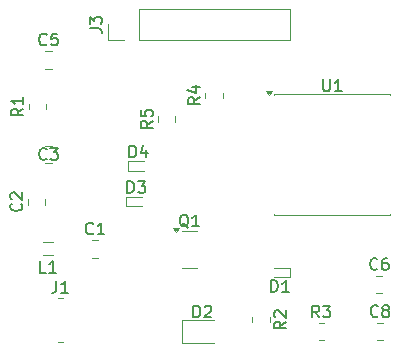
<source format=gbr>
%TF.GenerationSoftware,KiCad,Pcbnew,8.0.8*%
%TF.CreationDate,2025-02-07T12:49:18+01:00*%
%TF.ProjectId,PGE_GPS_PCB,5047455f-4750-4535-9f50-43422e6b6963,rev?*%
%TF.SameCoordinates,Original*%
%TF.FileFunction,Legend,Top*%
%TF.FilePolarity,Positive*%
%FSLAX46Y46*%
G04 Gerber Fmt 4.6, Leading zero omitted, Abs format (unit mm)*
G04 Created by KiCad (PCBNEW 8.0.8) date 2025-02-07 12:49:18*
%MOMM*%
%LPD*%
G01*
G04 APERTURE LIST*
%ADD10C,0.150000*%
%ADD11C,0.120000*%
G04 APERTURE END LIST*
D10*
X154841905Y-91654819D02*
X154841905Y-90654819D01*
X154841905Y-90654819D02*
X155080000Y-90654819D01*
X155080000Y-90654819D02*
X155222857Y-90702438D01*
X155222857Y-90702438D02*
X155318095Y-90797676D01*
X155318095Y-90797676D02*
X155365714Y-90892914D01*
X155365714Y-90892914D02*
X155413333Y-91083390D01*
X155413333Y-91083390D02*
X155413333Y-91226247D01*
X155413333Y-91226247D02*
X155365714Y-91416723D01*
X155365714Y-91416723D02*
X155318095Y-91511961D01*
X155318095Y-91511961D02*
X155222857Y-91607200D01*
X155222857Y-91607200D02*
X155080000Y-91654819D01*
X155080000Y-91654819D02*
X154841905Y-91654819D01*
X156365714Y-91654819D02*
X155794286Y-91654819D01*
X156080000Y-91654819D02*
X156080000Y-90654819D01*
X156080000Y-90654819D02*
X155984762Y-90797676D01*
X155984762Y-90797676D02*
X155889524Y-90892914D01*
X155889524Y-90892914D02*
X155794286Y-90940533D01*
X144804819Y-77166666D02*
X144328628Y-77499999D01*
X144804819Y-77738094D02*
X143804819Y-77738094D01*
X143804819Y-77738094D02*
X143804819Y-77357142D01*
X143804819Y-77357142D02*
X143852438Y-77261904D01*
X143852438Y-77261904D02*
X143900057Y-77214285D01*
X143900057Y-77214285D02*
X143995295Y-77166666D01*
X143995295Y-77166666D02*
X144138152Y-77166666D01*
X144138152Y-77166666D02*
X144233390Y-77214285D01*
X144233390Y-77214285D02*
X144281009Y-77261904D01*
X144281009Y-77261904D02*
X144328628Y-77357142D01*
X144328628Y-77357142D02*
X144328628Y-77738094D01*
X143804819Y-76261904D02*
X143804819Y-76738094D01*
X143804819Y-76738094D02*
X144281009Y-76785713D01*
X144281009Y-76785713D02*
X144233390Y-76738094D01*
X144233390Y-76738094D02*
X144185771Y-76642856D01*
X144185771Y-76642856D02*
X144185771Y-76404761D01*
X144185771Y-76404761D02*
X144233390Y-76309523D01*
X144233390Y-76309523D02*
X144281009Y-76261904D01*
X144281009Y-76261904D02*
X144376247Y-76214285D01*
X144376247Y-76214285D02*
X144614342Y-76214285D01*
X144614342Y-76214285D02*
X144709580Y-76261904D01*
X144709580Y-76261904D02*
X144757200Y-76309523D01*
X144757200Y-76309523D02*
X144804819Y-76404761D01*
X144804819Y-76404761D02*
X144804819Y-76642856D01*
X144804819Y-76642856D02*
X144757200Y-76738094D01*
X144757200Y-76738094D02*
X144709580Y-76785713D01*
X135833333Y-70679580D02*
X135785714Y-70727200D01*
X135785714Y-70727200D02*
X135642857Y-70774819D01*
X135642857Y-70774819D02*
X135547619Y-70774819D01*
X135547619Y-70774819D02*
X135404762Y-70727200D01*
X135404762Y-70727200D02*
X135309524Y-70631961D01*
X135309524Y-70631961D02*
X135261905Y-70536723D01*
X135261905Y-70536723D02*
X135214286Y-70346247D01*
X135214286Y-70346247D02*
X135214286Y-70203390D01*
X135214286Y-70203390D02*
X135261905Y-70012914D01*
X135261905Y-70012914D02*
X135309524Y-69917676D01*
X135309524Y-69917676D02*
X135404762Y-69822438D01*
X135404762Y-69822438D02*
X135547619Y-69774819D01*
X135547619Y-69774819D02*
X135642857Y-69774819D01*
X135642857Y-69774819D02*
X135785714Y-69822438D01*
X135785714Y-69822438D02*
X135833333Y-69870057D01*
X136738095Y-69774819D02*
X136261905Y-69774819D01*
X136261905Y-69774819D02*
X136214286Y-70251009D01*
X136214286Y-70251009D02*
X136261905Y-70203390D01*
X136261905Y-70203390D02*
X136357143Y-70155771D01*
X136357143Y-70155771D02*
X136595238Y-70155771D01*
X136595238Y-70155771D02*
X136690476Y-70203390D01*
X136690476Y-70203390D02*
X136738095Y-70251009D01*
X136738095Y-70251009D02*
X136785714Y-70346247D01*
X136785714Y-70346247D02*
X136785714Y-70584342D01*
X136785714Y-70584342D02*
X136738095Y-70679580D01*
X136738095Y-70679580D02*
X136690476Y-70727200D01*
X136690476Y-70727200D02*
X136595238Y-70774819D01*
X136595238Y-70774819D02*
X136357143Y-70774819D01*
X136357143Y-70774819D02*
X136261905Y-70727200D01*
X136261905Y-70727200D02*
X136214286Y-70679580D01*
X142681905Y-83254819D02*
X142681905Y-82254819D01*
X142681905Y-82254819D02*
X142920000Y-82254819D01*
X142920000Y-82254819D02*
X143062857Y-82302438D01*
X143062857Y-82302438D02*
X143158095Y-82397676D01*
X143158095Y-82397676D02*
X143205714Y-82492914D01*
X143205714Y-82492914D02*
X143253333Y-82683390D01*
X143253333Y-82683390D02*
X143253333Y-82826247D01*
X143253333Y-82826247D02*
X143205714Y-83016723D01*
X143205714Y-83016723D02*
X143158095Y-83111961D01*
X143158095Y-83111961D02*
X143062857Y-83207200D01*
X143062857Y-83207200D02*
X142920000Y-83254819D01*
X142920000Y-83254819D02*
X142681905Y-83254819D01*
X143586667Y-82254819D02*
X144205714Y-82254819D01*
X144205714Y-82254819D02*
X143872381Y-82635771D01*
X143872381Y-82635771D02*
X144015238Y-82635771D01*
X144015238Y-82635771D02*
X144110476Y-82683390D01*
X144110476Y-82683390D02*
X144158095Y-82731009D01*
X144158095Y-82731009D02*
X144205714Y-82826247D01*
X144205714Y-82826247D02*
X144205714Y-83064342D01*
X144205714Y-83064342D02*
X144158095Y-83159580D01*
X144158095Y-83159580D02*
X144110476Y-83207200D01*
X144110476Y-83207200D02*
X144015238Y-83254819D01*
X144015238Y-83254819D02*
X143729524Y-83254819D01*
X143729524Y-83254819D02*
X143634286Y-83207200D01*
X143634286Y-83207200D02*
X143586667Y-83159580D01*
X148261905Y-93804819D02*
X148261905Y-92804819D01*
X148261905Y-92804819D02*
X148500000Y-92804819D01*
X148500000Y-92804819D02*
X148642857Y-92852438D01*
X148642857Y-92852438D02*
X148738095Y-92947676D01*
X148738095Y-92947676D02*
X148785714Y-93042914D01*
X148785714Y-93042914D02*
X148833333Y-93233390D01*
X148833333Y-93233390D02*
X148833333Y-93376247D01*
X148833333Y-93376247D02*
X148785714Y-93566723D01*
X148785714Y-93566723D02*
X148738095Y-93661961D01*
X148738095Y-93661961D02*
X148642857Y-93757200D01*
X148642857Y-93757200D02*
X148500000Y-93804819D01*
X148500000Y-93804819D02*
X148261905Y-93804819D01*
X149214286Y-92900057D02*
X149261905Y-92852438D01*
X149261905Y-92852438D02*
X149357143Y-92804819D01*
X149357143Y-92804819D02*
X149595238Y-92804819D01*
X149595238Y-92804819D02*
X149690476Y-92852438D01*
X149690476Y-92852438D02*
X149738095Y-92900057D01*
X149738095Y-92900057D02*
X149785714Y-92995295D01*
X149785714Y-92995295D02*
X149785714Y-93090533D01*
X149785714Y-93090533D02*
X149738095Y-93233390D01*
X149738095Y-93233390D02*
X149166667Y-93804819D01*
X149166667Y-93804819D02*
X149785714Y-93804819D01*
X163883333Y-93679580D02*
X163835714Y-93727200D01*
X163835714Y-93727200D02*
X163692857Y-93774819D01*
X163692857Y-93774819D02*
X163597619Y-93774819D01*
X163597619Y-93774819D02*
X163454762Y-93727200D01*
X163454762Y-93727200D02*
X163359524Y-93631961D01*
X163359524Y-93631961D02*
X163311905Y-93536723D01*
X163311905Y-93536723D02*
X163264286Y-93346247D01*
X163264286Y-93346247D02*
X163264286Y-93203390D01*
X163264286Y-93203390D02*
X163311905Y-93012914D01*
X163311905Y-93012914D02*
X163359524Y-92917676D01*
X163359524Y-92917676D02*
X163454762Y-92822438D01*
X163454762Y-92822438D02*
X163597619Y-92774819D01*
X163597619Y-92774819D02*
X163692857Y-92774819D01*
X163692857Y-92774819D02*
X163835714Y-92822438D01*
X163835714Y-92822438D02*
X163883333Y-92870057D01*
X164454762Y-93203390D02*
X164359524Y-93155771D01*
X164359524Y-93155771D02*
X164311905Y-93108152D01*
X164311905Y-93108152D02*
X164264286Y-93012914D01*
X164264286Y-93012914D02*
X164264286Y-92965295D01*
X164264286Y-92965295D02*
X164311905Y-92870057D01*
X164311905Y-92870057D02*
X164359524Y-92822438D01*
X164359524Y-92822438D02*
X164454762Y-92774819D01*
X164454762Y-92774819D02*
X164645238Y-92774819D01*
X164645238Y-92774819D02*
X164740476Y-92822438D01*
X164740476Y-92822438D02*
X164788095Y-92870057D01*
X164788095Y-92870057D02*
X164835714Y-92965295D01*
X164835714Y-92965295D02*
X164835714Y-93012914D01*
X164835714Y-93012914D02*
X164788095Y-93108152D01*
X164788095Y-93108152D02*
X164740476Y-93155771D01*
X164740476Y-93155771D02*
X164645238Y-93203390D01*
X164645238Y-93203390D02*
X164454762Y-93203390D01*
X164454762Y-93203390D02*
X164359524Y-93251009D01*
X164359524Y-93251009D02*
X164311905Y-93298628D01*
X164311905Y-93298628D02*
X164264286Y-93393866D01*
X164264286Y-93393866D02*
X164264286Y-93584342D01*
X164264286Y-93584342D02*
X164311905Y-93679580D01*
X164311905Y-93679580D02*
X164359524Y-93727200D01*
X164359524Y-93727200D02*
X164454762Y-93774819D01*
X164454762Y-93774819D02*
X164645238Y-93774819D01*
X164645238Y-93774819D02*
X164740476Y-93727200D01*
X164740476Y-93727200D02*
X164788095Y-93679580D01*
X164788095Y-93679580D02*
X164835714Y-93584342D01*
X164835714Y-93584342D02*
X164835714Y-93393866D01*
X164835714Y-93393866D02*
X164788095Y-93298628D01*
X164788095Y-93298628D02*
X164740476Y-93251009D01*
X164740476Y-93251009D02*
X164645238Y-93203390D01*
X163833333Y-89679580D02*
X163785714Y-89727200D01*
X163785714Y-89727200D02*
X163642857Y-89774819D01*
X163642857Y-89774819D02*
X163547619Y-89774819D01*
X163547619Y-89774819D02*
X163404762Y-89727200D01*
X163404762Y-89727200D02*
X163309524Y-89631961D01*
X163309524Y-89631961D02*
X163261905Y-89536723D01*
X163261905Y-89536723D02*
X163214286Y-89346247D01*
X163214286Y-89346247D02*
X163214286Y-89203390D01*
X163214286Y-89203390D02*
X163261905Y-89012914D01*
X163261905Y-89012914D02*
X163309524Y-88917676D01*
X163309524Y-88917676D02*
X163404762Y-88822438D01*
X163404762Y-88822438D02*
X163547619Y-88774819D01*
X163547619Y-88774819D02*
X163642857Y-88774819D01*
X163642857Y-88774819D02*
X163785714Y-88822438D01*
X163785714Y-88822438D02*
X163833333Y-88870057D01*
X164690476Y-88774819D02*
X164500000Y-88774819D01*
X164500000Y-88774819D02*
X164404762Y-88822438D01*
X164404762Y-88822438D02*
X164357143Y-88870057D01*
X164357143Y-88870057D02*
X164261905Y-89012914D01*
X164261905Y-89012914D02*
X164214286Y-89203390D01*
X164214286Y-89203390D02*
X164214286Y-89584342D01*
X164214286Y-89584342D02*
X164261905Y-89679580D01*
X164261905Y-89679580D02*
X164309524Y-89727200D01*
X164309524Y-89727200D02*
X164404762Y-89774819D01*
X164404762Y-89774819D02*
X164595238Y-89774819D01*
X164595238Y-89774819D02*
X164690476Y-89727200D01*
X164690476Y-89727200D02*
X164738095Y-89679580D01*
X164738095Y-89679580D02*
X164785714Y-89584342D01*
X164785714Y-89584342D02*
X164785714Y-89346247D01*
X164785714Y-89346247D02*
X164738095Y-89251009D01*
X164738095Y-89251009D02*
X164690476Y-89203390D01*
X164690476Y-89203390D02*
X164595238Y-89155771D01*
X164595238Y-89155771D02*
X164404762Y-89155771D01*
X164404762Y-89155771D02*
X164309524Y-89203390D01*
X164309524Y-89203390D02*
X164261905Y-89251009D01*
X164261905Y-89251009D02*
X164214286Y-89346247D01*
X135770833Y-90004819D02*
X135294643Y-90004819D01*
X135294643Y-90004819D02*
X135294643Y-89004819D01*
X136627976Y-90004819D02*
X136056548Y-90004819D01*
X136342262Y-90004819D02*
X136342262Y-89004819D01*
X136342262Y-89004819D02*
X136247024Y-89147676D01*
X136247024Y-89147676D02*
X136151786Y-89242914D01*
X136151786Y-89242914D02*
X136056548Y-89290533D01*
X148804819Y-75166666D02*
X148328628Y-75499999D01*
X148804819Y-75738094D02*
X147804819Y-75738094D01*
X147804819Y-75738094D02*
X147804819Y-75357142D01*
X147804819Y-75357142D02*
X147852438Y-75261904D01*
X147852438Y-75261904D02*
X147900057Y-75214285D01*
X147900057Y-75214285D02*
X147995295Y-75166666D01*
X147995295Y-75166666D02*
X148138152Y-75166666D01*
X148138152Y-75166666D02*
X148233390Y-75214285D01*
X148233390Y-75214285D02*
X148281009Y-75261904D01*
X148281009Y-75261904D02*
X148328628Y-75357142D01*
X148328628Y-75357142D02*
X148328628Y-75738094D01*
X148138152Y-74309523D02*
X148804819Y-74309523D01*
X147757200Y-74547618D02*
X148471485Y-74785713D01*
X148471485Y-74785713D02*
X148471485Y-74166666D01*
X147842261Y-86200057D02*
X147747023Y-86152438D01*
X147747023Y-86152438D02*
X147651785Y-86057200D01*
X147651785Y-86057200D02*
X147508928Y-85914342D01*
X147508928Y-85914342D02*
X147413690Y-85866723D01*
X147413690Y-85866723D02*
X147318452Y-85866723D01*
X147366071Y-86104819D02*
X147270833Y-86057200D01*
X147270833Y-86057200D02*
X147175595Y-85961961D01*
X147175595Y-85961961D02*
X147127976Y-85771485D01*
X147127976Y-85771485D02*
X147127976Y-85438152D01*
X147127976Y-85438152D02*
X147175595Y-85247676D01*
X147175595Y-85247676D02*
X147270833Y-85152438D01*
X147270833Y-85152438D02*
X147366071Y-85104819D01*
X147366071Y-85104819D02*
X147556547Y-85104819D01*
X147556547Y-85104819D02*
X147651785Y-85152438D01*
X147651785Y-85152438D02*
X147747023Y-85247676D01*
X147747023Y-85247676D02*
X147794642Y-85438152D01*
X147794642Y-85438152D02*
X147794642Y-85771485D01*
X147794642Y-85771485D02*
X147747023Y-85961961D01*
X147747023Y-85961961D02*
X147651785Y-86057200D01*
X147651785Y-86057200D02*
X147556547Y-86104819D01*
X147556547Y-86104819D02*
X147366071Y-86104819D01*
X148747023Y-86104819D02*
X148175595Y-86104819D01*
X148461309Y-86104819D02*
X148461309Y-85104819D01*
X148461309Y-85104819D02*
X148366071Y-85247676D01*
X148366071Y-85247676D02*
X148270833Y-85342914D01*
X148270833Y-85342914D02*
X148175595Y-85390533D01*
X139783333Y-86679580D02*
X139735714Y-86727200D01*
X139735714Y-86727200D02*
X139592857Y-86774819D01*
X139592857Y-86774819D02*
X139497619Y-86774819D01*
X139497619Y-86774819D02*
X139354762Y-86727200D01*
X139354762Y-86727200D02*
X139259524Y-86631961D01*
X139259524Y-86631961D02*
X139211905Y-86536723D01*
X139211905Y-86536723D02*
X139164286Y-86346247D01*
X139164286Y-86346247D02*
X139164286Y-86203390D01*
X139164286Y-86203390D02*
X139211905Y-86012914D01*
X139211905Y-86012914D02*
X139259524Y-85917676D01*
X139259524Y-85917676D02*
X139354762Y-85822438D01*
X139354762Y-85822438D02*
X139497619Y-85774819D01*
X139497619Y-85774819D02*
X139592857Y-85774819D01*
X139592857Y-85774819D02*
X139735714Y-85822438D01*
X139735714Y-85822438D02*
X139783333Y-85870057D01*
X140735714Y-86774819D02*
X140164286Y-86774819D01*
X140450000Y-86774819D02*
X140450000Y-85774819D01*
X140450000Y-85774819D02*
X140354762Y-85917676D01*
X140354762Y-85917676D02*
X140259524Y-86012914D01*
X140259524Y-86012914D02*
X140164286Y-86060533D01*
X135833333Y-80359580D02*
X135785714Y-80407200D01*
X135785714Y-80407200D02*
X135642857Y-80454819D01*
X135642857Y-80454819D02*
X135547619Y-80454819D01*
X135547619Y-80454819D02*
X135404762Y-80407200D01*
X135404762Y-80407200D02*
X135309524Y-80311961D01*
X135309524Y-80311961D02*
X135261905Y-80216723D01*
X135261905Y-80216723D02*
X135214286Y-80026247D01*
X135214286Y-80026247D02*
X135214286Y-79883390D01*
X135214286Y-79883390D02*
X135261905Y-79692914D01*
X135261905Y-79692914D02*
X135309524Y-79597676D01*
X135309524Y-79597676D02*
X135404762Y-79502438D01*
X135404762Y-79502438D02*
X135547619Y-79454819D01*
X135547619Y-79454819D02*
X135642857Y-79454819D01*
X135642857Y-79454819D02*
X135785714Y-79502438D01*
X135785714Y-79502438D02*
X135833333Y-79550057D01*
X136166667Y-79454819D02*
X136785714Y-79454819D01*
X136785714Y-79454819D02*
X136452381Y-79835771D01*
X136452381Y-79835771D02*
X136595238Y-79835771D01*
X136595238Y-79835771D02*
X136690476Y-79883390D01*
X136690476Y-79883390D02*
X136738095Y-79931009D01*
X136738095Y-79931009D02*
X136785714Y-80026247D01*
X136785714Y-80026247D02*
X136785714Y-80264342D01*
X136785714Y-80264342D02*
X136738095Y-80359580D01*
X136738095Y-80359580D02*
X136690476Y-80407200D01*
X136690476Y-80407200D02*
X136595238Y-80454819D01*
X136595238Y-80454819D02*
X136309524Y-80454819D01*
X136309524Y-80454819D02*
X136214286Y-80407200D01*
X136214286Y-80407200D02*
X136166667Y-80359580D01*
X133679580Y-84166666D02*
X133727200Y-84214285D01*
X133727200Y-84214285D02*
X133774819Y-84357142D01*
X133774819Y-84357142D02*
X133774819Y-84452380D01*
X133774819Y-84452380D02*
X133727200Y-84595237D01*
X133727200Y-84595237D02*
X133631961Y-84690475D01*
X133631961Y-84690475D02*
X133536723Y-84738094D01*
X133536723Y-84738094D02*
X133346247Y-84785713D01*
X133346247Y-84785713D02*
X133203390Y-84785713D01*
X133203390Y-84785713D02*
X133012914Y-84738094D01*
X133012914Y-84738094D02*
X132917676Y-84690475D01*
X132917676Y-84690475D02*
X132822438Y-84595237D01*
X132822438Y-84595237D02*
X132774819Y-84452380D01*
X132774819Y-84452380D02*
X132774819Y-84357142D01*
X132774819Y-84357142D02*
X132822438Y-84214285D01*
X132822438Y-84214285D02*
X132870057Y-84166666D01*
X132870057Y-83785713D02*
X132822438Y-83738094D01*
X132822438Y-83738094D02*
X132774819Y-83642856D01*
X132774819Y-83642856D02*
X132774819Y-83404761D01*
X132774819Y-83404761D02*
X132822438Y-83309523D01*
X132822438Y-83309523D02*
X132870057Y-83261904D01*
X132870057Y-83261904D02*
X132965295Y-83214285D01*
X132965295Y-83214285D02*
X133060533Y-83214285D01*
X133060533Y-83214285D02*
X133203390Y-83261904D01*
X133203390Y-83261904D02*
X133774819Y-83833332D01*
X133774819Y-83833332D02*
X133774819Y-83214285D01*
X133854819Y-76116666D02*
X133378628Y-76449999D01*
X133854819Y-76688094D02*
X132854819Y-76688094D01*
X132854819Y-76688094D02*
X132854819Y-76307142D01*
X132854819Y-76307142D02*
X132902438Y-76211904D01*
X132902438Y-76211904D02*
X132950057Y-76164285D01*
X132950057Y-76164285D02*
X133045295Y-76116666D01*
X133045295Y-76116666D02*
X133188152Y-76116666D01*
X133188152Y-76116666D02*
X133283390Y-76164285D01*
X133283390Y-76164285D02*
X133331009Y-76211904D01*
X133331009Y-76211904D02*
X133378628Y-76307142D01*
X133378628Y-76307142D02*
X133378628Y-76688094D01*
X133854819Y-75164285D02*
X133854819Y-75735713D01*
X133854819Y-75449999D02*
X132854819Y-75449999D01*
X132854819Y-75449999D02*
X132997676Y-75545237D01*
X132997676Y-75545237D02*
X133092914Y-75640475D01*
X133092914Y-75640475D02*
X133140533Y-75735713D01*
X159238095Y-73654819D02*
X159238095Y-74464342D01*
X159238095Y-74464342D02*
X159285714Y-74559580D01*
X159285714Y-74559580D02*
X159333333Y-74607200D01*
X159333333Y-74607200D02*
X159428571Y-74654819D01*
X159428571Y-74654819D02*
X159619047Y-74654819D01*
X159619047Y-74654819D02*
X159714285Y-74607200D01*
X159714285Y-74607200D02*
X159761904Y-74559580D01*
X159761904Y-74559580D02*
X159809523Y-74464342D01*
X159809523Y-74464342D02*
X159809523Y-73654819D01*
X160809523Y-74654819D02*
X160238095Y-74654819D01*
X160523809Y-74654819D02*
X160523809Y-73654819D01*
X160523809Y-73654819D02*
X160428571Y-73797676D01*
X160428571Y-73797676D02*
X160333333Y-73892914D01*
X160333333Y-73892914D02*
X160238095Y-73940533D01*
X136666666Y-90704819D02*
X136666666Y-91419104D01*
X136666666Y-91419104D02*
X136619047Y-91561961D01*
X136619047Y-91561961D02*
X136523809Y-91657200D01*
X136523809Y-91657200D02*
X136380952Y-91704819D01*
X136380952Y-91704819D02*
X136285714Y-91704819D01*
X137666666Y-91704819D02*
X137095238Y-91704819D01*
X137380952Y-91704819D02*
X137380952Y-90704819D01*
X137380952Y-90704819D02*
X137285714Y-90847676D01*
X137285714Y-90847676D02*
X137190476Y-90942914D01*
X137190476Y-90942914D02*
X137095238Y-90990533D01*
X158920833Y-93804819D02*
X158587500Y-93328628D01*
X158349405Y-93804819D02*
X158349405Y-92804819D01*
X158349405Y-92804819D02*
X158730357Y-92804819D01*
X158730357Y-92804819D02*
X158825595Y-92852438D01*
X158825595Y-92852438D02*
X158873214Y-92900057D01*
X158873214Y-92900057D02*
X158920833Y-92995295D01*
X158920833Y-92995295D02*
X158920833Y-93138152D01*
X158920833Y-93138152D02*
X158873214Y-93233390D01*
X158873214Y-93233390D02*
X158825595Y-93281009D01*
X158825595Y-93281009D02*
X158730357Y-93328628D01*
X158730357Y-93328628D02*
X158349405Y-93328628D01*
X159254167Y-92804819D02*
X159873214Y-92804819D01*
X159873214Y-92804819D02*
X159539881Y-93185771D01*
X159539881Y-93185771D02*
X159682738Y-93185771D01*
X159682738Y-93185771D02*
X159777976Y-93233390D01*
X159777976Y-93233390D02*
X159825595Y-93281009D01*
X159825595Y-93281009D02*
X159873214Y-93376247D01*
X159873214Y-93376247D02*
X159873214Y-93614342D01*
X159873214Y-93614342D02*
X159825595Y-93709580D01*
X159825595Y-93709580D02*
X159777976Y-93757200D01*
X159777976Y-93757200D02*
X159682738Y-93804819D01*
X159682738Y-93804819D02*
X159397024Y-93804819D01*
X159397024Y-93804819D02*
X159301786Y-93757200D01*
X159301786Y-93757200D02*
X159254167Y-93709580D01*
X139504819Y-69333333D02*
X140219104Y-69333333D01*
X140219104Y-69333333D02*
X140361961Y-69380952D01*
X140361961Y-69380952D02*
X140457200Y-69476190D01*
X140457200Y-69476190D02*
X140504819Y-69619047D01*
X140504819Y-69619047D02*
X140504819Y-69714285D01*
X139504819Y-68952380D02*
X139504819Y-68333333D01*
X139504819Y-68333333D02*
X139885771Y-68666666D01*
X139885771Y-68666666D02*
X139885771Y-68523809D01*
X139885771Y-68523809D02*
X139933390Y-68428571D01*
X139933390Y-68428571D02*
X139981009Y-68380952D01*
X139981009Y-68380952D02*
X140076247Y-68333333D01*
X140076247Y-68333333D02*
X140314342Y-68333333D01*
X140314342Y-68333333D02*
X140409580Y-68380952D01*
X140409580Y-68380952D02*
X140457200Y-68428571D01*
X140457200Y-68428571D02*
X140504819Y-68523809D01*
X140504819Y-68523809D02*
X140504819Y-68809523D01*
X140504819Y-68809523D02*
X140457200Y-68904761D01*
X140457200Y-68904761D02*
X140409580Y-68952380D01*
X142841905Y-80254819D02*
X142841905Y-79254819D01*
X142841905Y-79254819D02*
X143080000Y-79254819D01*
X143080000Y-79254819D02*
X143222857Y-79302438D01*
X143222857Y-79302438D02*
X143318095Y-79397676D01*
X143318095Y-79397676D02*
X143365714Y-79492914D01*
X143365714Y-79492914D02*
X143413333Y-79683390D01*
X143413333Y-79683390D02*
X143413333Y-79826247D01*
X143413333Y-79826247D02*
X143365714Y-80016723D01*
X143365714Y-80016723D02*
X143318095Y-80111961D01*
X143318095Y-80111961D02*
X143222857Y-80207200D01*
X143222857Y-80207200D02*
X143080000Y-80254819D01*
X143080000Y-80254819D02*
X142841905Y-80254819D01*
X144270476Y-79588152D02*
X144270476Y-80254819D01*
X144032381Y-79207200D02*
X143794286Y-79921485D01*
X143794286Y-79921485D02*
X144413333Y-79921485D01*
X156104819Y-94166666D02*
X155628628Y-94499999D01*
X156104819Y-94738094D02*
X155104819Y-94738094D01*
X155104819Y-94738094D02*
X155104819Y-94357142D01*
X155104819Y-94357142D02*
X155152438Y-94261904D01*
X155152438Y-94261904D02*
X155200057Y-94214285D01*
X155200057Y-94214285D02*
X155295295Y-94166666D01*
X155295295Y-94166666D02*
X155438152Y-94166666D01*
X155438152Y-94166666D02*
X155533390Y-94214285D01*
X155533390Y-94214285D02*
X155581009Y-94261904D01*
X155581009Y-94261904D02*
X155628628Y-94357142D01*
X155628628Y-94357142D02*
X155628628Y-94738094D01*
X155200057Y-93785713D02*
X155152438Y-93738094D01*
X155152438Y-93738094D02*
X155104819Y-93642856D01*
X155104819Y-93642856D02*
X155104819Y-93404761D01*
X155104819Y-93404761D02*
X155152438Y-93309523D01*
X155152438Y-93309523D02*
X155200057Y-93261904D01*
X155200057Y-93261904D02*
X155295295Y-93214285D01*
X155295295Y-93214285D02*
X155390533Y-93214285D01*
X155390533Y-93214285D02*
X155533390Y-93261904D01*
X155533390Y-93261904D02*
X156104819Y-93833332D01*
X156104819Y-93833332D02*
X156104819Y-93214285D01*
D11*
%TO.C,D1*%
X155080000Y-89600000D02*
X156440000Y-89600000D01*
X155080000Y-90400000D02*
X156440000Y-90400000D01*
X156440000Y-90400000D02*
X156440000Y-89600000D01*
%TO.C,R5*%
X145265000Y-77227064D02*
X145265000Y-76772936D01*
X146735000Y-77227064D02*
X146735000Y-76772936D01*
%TO.C,C5*%
X135738748Y-71265000D02*
X136261252Y-71265000D01*
X135738748Y-72735000D02*
X136261252Y-72735000D01*
%TO.C,D3*%
X142560000Y-83600000D02*
X142560000Y-84400000D01*
X143920000Y-83600000D02*
X142560000Y-83600000D01*
X143920000Y-84400000D02*
X142560000Y-84400000D01*
%TO.C,D2*%
X147315000Y-94040000D02*
X147315000Y-95960000D01*
X147315000Y-95960000D02*
X150000000Y-95960000D01*
X150000000Y-94040000D02*
X147315000Y-94040000D01*
%TO.C,C8*%
X163788748Y-94265000D02*
X164311252Y-94265000D01*
X163788748Y-95735000D02*
X164311252Y-95735000D01*
%TO.C,C6*%
X163738748Y-90265000D02*
X164261252Y-90265000D01*
X163738748Y-91735000D02*
X164261252Y-91735000D01*
%TO.C,L1*%
X136337122Y-87440000D02*
X135537878Y-87440000D01*
X136337122Y-88560000D02*
X135537878Y-88560000D01*
%TO.C,R4*%
X149265000Y-75227064D02*
X149265000Y-74772936D01*
X150735000Y-75227064D02*
X150735000Y-74772936D01*
%TO.C,Q1*%
X147937500Y-86490000D02*
X147287500Y-86490000D01*
X147937500Y-86490000D02*
X148587500Y-86490000D01*
X147937500Y-89610000D02*
X147287500Y-89610000D01*
X147937500Y-89610000D02*
X148587500Y-89610000D01*
X146775000Y-86540000D02*
X146535000Y-86210000D01*
X147015000Y-86210000D01*
X146775000Y-86540000D01*
G36*
X146775000Y-86540000D02*
G01*
X146535000Y-86210000D01*
X147015000Y-86210000D01*
X146775000Y-86540000D01*
G37*
%TO.C,C1*%
X139688748Y-87265000D02*
X140211252Y-87265000D01*
X139688748Y-88735000D02*
X140211252Y-88735000D01*
%TO.C,C3*%
X135738748Y-79265000D02*
X136261252Y-79265000D01*
X135738748Y-80735000D02*
X136261252Y-80735000D01*
%TO.C,C2*%
X134265000Y-84261252D02*
X134265000Y-83738748D01*
X135735000Y-84261252D02*
X135735000Y-83738748D01*
%TO.C,R1*%
X134315000Y-76177064D02*
X134315000Y-75722936D01*
X135785000Y-76177064D02*
X135785000Y-75722936D01*
%TO.C,U1*%
X155050000Y-74930000D02*
X155050000Y-74850000D01*
X155050000Y-85070000D02*
X155050000Y-85150000D01*
X155050000Y-85150000D02*
X164950000Y-85150000D01*
X164950000Y-74850000D02*
X155050000Y-74850000D01*
X164950000Y-74930000D02*
X164950000Y-74850000D01*
X164950000Y-85070000D02*
X164950000Y-85150000D01*
X154660000Y-74940000D02*
X154420000Y-74610000D01*
X154900000Y-74610000D01*
X154660000Y-74940000D01*
G36*
X154660000Y-74940000D02*
G01*
X154420000Y-74610000D01*
X154900000Y-74610000D01*
X154660000Y-74940000D01*
G37*
%TO.C,J1*%
X136800000Y-92150000D02*
X137200000Y-92150000D01*
X137200000Y-95850000D02*
X136800000Y-95850000D01*
%TO.C,R3*%
X158860436Y-94265000D02*
X159314564Y-94265000D01*
X158860436Y-95735000D02*
X159314564Y-95735000D01*
%TO.C,J3*%
X141050000Y-70330000D02*
X141050000Y-69000000D01*
X142380000Y-70330000D02*
X141050000Y-70330000D01*
X143650000Y-67670000D02*
X156410000Y-67670000D01*
X143650000Y-70330000D02*
X143650000Y-67670000D01*
X143650000Y-70330000D02*
X156410000Y-70330000D01*
X156410000Y-70330000D02*
X156410000Y-67670000D01*
%TO.C,D4*%
X142720000Y-80600000D02*
X142720000Y-81400000D01*
X144080000Y-80600000D02*
X142720000Y-80600000D01*
X144080000Y-81400000D02*
X142720000Y-81400000D01*
%TO.C,R2*%
X153265000Y-93772936D02*
X153265000Y-94227064D01*
X154735000Y-93772936D02*
X154735000Y-94227064D01*
%TD*%
M02*

</source>
